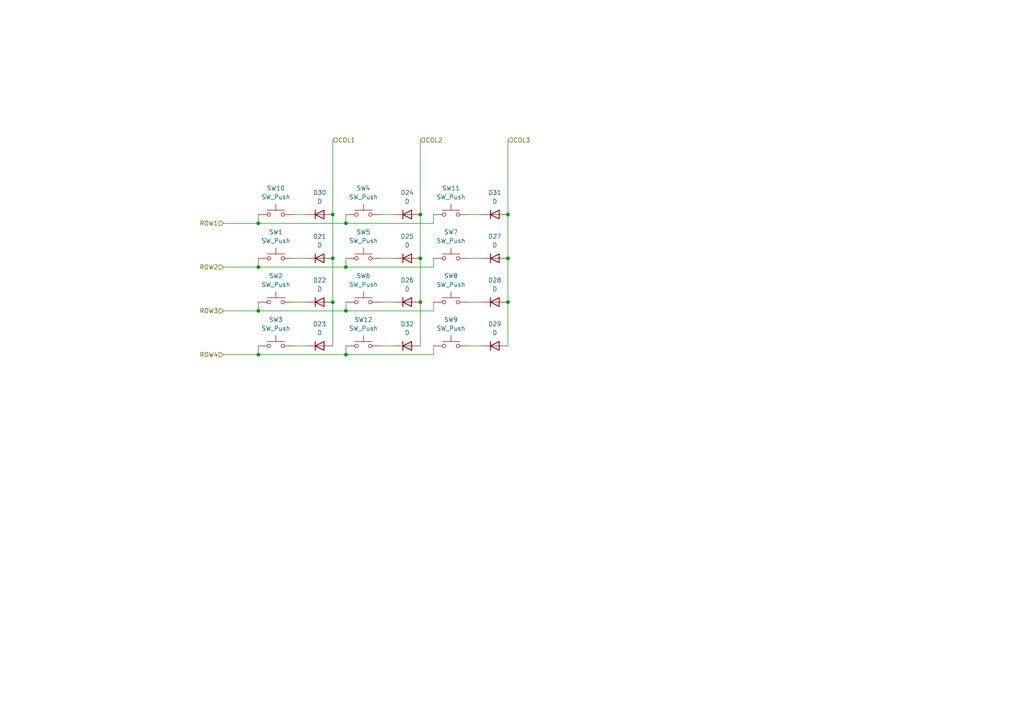
<source format=kicad_sch>
(kicad_sch (version 20231120) (generator "eeschema") (generator_version "8.0")
  (paper "A4")
  (lib_symbols
    (symbol "Device:D" (pin_numbers hide) (pin_names (offset 1.016) hide)
      (property "Reference" "D" (at 0 2.54 0))
      (property "Value" "D" (at 0 -2.54 0))
      (symbol "D_0_1"
        (polyline (pts (xy -1.27 1.27) (xy -1.27 -1.27)) (stroke (width 0.254)))
        (polyline (pts (xy 1.27 0) (xy -1.27 0)))
        (polyline (pts (xy 1.27 1.27) (xy 1.27 -1.27) (xy -1.27 0) (xy 1.27 1.27)) (stroke (width 0.254)))
      )
      (symbol "D_1_1"
        (pin passive line (at -3.81 0 0) (length 2.54) (name "K") (number "1"))
        (pin passive line (at 3.81 0 180) (length 2.54) (name "A") (number "2"))
      )
    )
    (symbol "Switch:SW_Push" (pin_numbers hide) (pin_names (offset 1.016) hide)
      (property "Reference" "SW" (at 1.27 2.54 0))
      (property "Value" "SW_Push" (at 0 -1.524 0))
      (symbol "SW_Push_0_1"
        (circle (center -2.032 0) (radius 0.508))
        (polyline (pts (xy 0 1.27) (xy 0 3.048)))
        (polyline (pts (xy 2.54 1.27) (xy -2.54 1.27)))
        (circle (center 2.032 0) (radius 0.508))
        (pin passive line (at -5.08 0 0) (length 2.54) (name "1") (number "1"))
        (pin passive line (at 5.08 0 180) (length 2.54) (name "2") (number "2"))
      )
    )
  )
  (junction (at 147.32 62.23))
  (junction (at 96.52 62.23))
  (junction (at 74.93 102.87))
  (junction (at 96.52 74.93))
  (junction (at 121.92 74.93))
  (junction (at 96.52 87.63))
  (junction (at 100.33 90.17))
  (junction (at 121.92 62.23))
  (junction (at 147.32 74.93))
  (junction (at 100.33 102.87))
  (junction (at 74.93 64.77))
  (junction (at 74.93 90.17))
  (junction (at 74.93 77.47))
  (junction (at 121.92 87.63))
  (junction (at 100.33 64.77))
  (junction (at 147.32 87.63))
  (junction (at 100.33 77.47))
  (wire (pts (xy 64.77 102.87) (xy 74.93 102.87)))
  (wire (pts (xy 147.32 74.93) (xy 147.32 87.63)))
  (wire (pts (xy 74.93 90.17) (xy 100.33 90.17)))
  (wire (pts (xy 96.52 87.63) (xy 96.52 100.33)))
  (wire (pts (xy 100.33 90.17) (xy 125.73 90.17)))
  (wire (pts (xy 96.52 62.23) (xy 96.52 74.93)))
  (wire (pts (xy 110.49 74.93) (xy 114.3 74.93)))
  (wire (pts (xy 100.33 87.63) (xy 100.33 90.17)))
  (wire (pts (xy 64.77 64.77) (xy 74.93 64.77)))
  (wire (pts (xy 74.93 102.87) (xy 100.33 102.87)))
  (wire (pts (xy 96.52 74.93) (xy 96.52 87.63)))
  (wire (pts (xy 110.49 100.33) (xy 114.3 100.33)))
  (wire (pts (xy 135.89 74.93) (xy 139.7 74.93)))
  (wire (pts (xy 147.32 40.64) (xy 147.32 62.23)))
  (wire (pts (xy 121.92 40.64) (xy 121.92 62.23)))
  (wire (pts (xy 64.77 90.17) (xy 74.93 90.17)))
  (wire (pts (xy 100.33 100.33) (xy 100.33 102.87)))
  (wire (pts (xy 100.33 62.23) (xy 100.33 64.77)))
  (wire (pts (xy 85.09 74.93) (xy 88.9 74.93)))
  (wire (pts (xy 74.93 64.77) (xy 100.33 64.77)))
  (wire (pts (xy 135.89 62.23) (xy 139.7 62.23)))
  (wire (pts (xy 100.33 64.77) (xy 125.73 64.77)))
  (wire (pts (xy 147.32 87.63) (xy 147.32 100.33)))
  (wire (pts (xy 121.92 62.23) (xy 121.92 74.93)))
  (wire (pts (xy 96.52 40.64) (xy 96.52 62.23)))
  (wire (pts (xy 147.32 62.23) (xy 147.32 74.93)))
  (wire (pts (xy 121.92 87.63) (xy 121.92 100.33)))
  (wire (pts (xy 74.93 77.47) (xy 100.33 77.47)))
  (wire (pts (xy 100.33 102.87) (xy 125.73 102.87)))
  (wire (pts (xy 74.93 87.63) (xy 74.93 90.17)))
  (wire (pts (xy 125.73 100.33) (xy 125.73 102.87)))
  (wire (pts (xy 121.92 74.93) (xy 121.92 87.63)))
  (wire (pts (xy 74.93 74.93) (xy 74.93 77.47)))
  (wire (pts (xy 85.09 87.63) (xy 88.9 87.63)))
  (wire (pts (xy 135.89 87.63) (xy 139.7 87.63)))
  (wire (pts (xy 74.93 100.33) (xy 74.93 102.87)))
  (wire (pts (xy 110.49 62.23) (xy 114.3 62.23)))
  (wire (pts (xy 125.73 62.23) (xy 125.73 64.77)))
  (wire (pts (xy 100.33 77.47) (xy 125.73 77.47)))
  (wire (pts (xy 125.73 87.63) (xy 125.73 90.17)))
  (wire (pts (xy 110.49 87.63) (xy 114.3 87.63)))
  (wire (pts (xy 74.93 62.23) (xy 74.93 64.77)))
  (wire (pts (xy 125.73 74.93) (xy 125.73 77.47)))
  (wire (pts (xy 64.77 77.47) (xy 74.93 77.47)))
  (wire (pts (xy 85.09 62.23) (xy 88.9 62.23)))
  (wire (pts (xy 85.09 100.33) (xy 88.9 100.33)))
  (wire (pts (xy 100.33 74.93) (xy 100.33 77.47)))
  (wire (pts (xy 135.89 100.33) (xy 139.7 100.33)))
  (hierarchical_label "ROW1" (shape input) (at 64.77 64.77 180))
  (hierarchical_label "COL3" (shape input) (at 147.32 40.64 0))
  (hierarchical_label "ROW3" (shape input) (at 64.77 90.17 180))
  (hierarchical_label "ROW2" (shape input) (at 64.77 77.47 180))
  (hierarchical_label "ROW4" (shape input) (at 64.77 102.87 180))
  (hierarchical_label "COL2" (shape input) (at 121.92 40.64 0))
  (hierarchical_label "COL1" (shape input) (at 96.52 40.64 0))
  (symbol (lib_id "Device:D") (at 118.11 74.93 0) (unit 1)
    (property "Reference" "D25" (at 118.11 68.58 0))
    (property "Value" "D" (at 118.11 71.12 0))
    (property "Footprint" "Diode_SMD:D_0805_2012Metric" (effects (hide yes)))
    (property "Datasheet" "https://www.lcsc.com/datasheet/lcsc_datasheet_1809291616_LIZ-Elec-CD4148WSP_C109001.pdf" (effects (hide yes)))
    (property "Sim.Device" "D" (effects (hide yes)))
    (property "Sim.Pins" "1=K 2=A" (effects (hide yes)))
    (property "JLCPCB Part" "C109001" (effects (hide yes)))
    (property "Manufracturer" "LIZ Elec" (effects (hide yes)))
    (property "Manufracturer Part Number" "CD4148WSP" (effects (hide yes)))
  )
  (symbol (lib_id "Switch:SW_Push") (at 80.01 87.63 0) (unit 1)
    (property "Reference" "SW2" (at 80.01 80.01 0))
    (property "Value" "SW_Push" (at 80.01 82.55 0))
    (property "Footprint" "NiasStuff:SW_Push_1TS009xxxx-xxxx-xxxx_6x6x5mm" (effects (hide yes)))
    (property "Datasheet" "https://www.lcsc.com/datasheet/lcsc_datasheet_1811151231_HYP--Hongyuan-Precision-1TS009A-1800-5000-CT_C319409.pdf" (effects (hide yes)))
    (property "JLCPCB Part" "C319409" (effects (hide yes)))
    (property "Manufracturer" "HYP (Hongyuan Precision)" (effects (hide yes)))
    (property "Manufracturer Part Number" "1TS009A-1800-5000-CT" (effects (hide yes)))
  )
  (symbol (lib_id "Switch:SW_Push") (at 105.41 62.23 0) (unit 1)
    (property "Reference" "SW4" (at 105.41 54.61 0))
    (property "Value" "SW_Push" (at 105.41 57.15 0))
    (property "Footprint" "NiasStuff:SW_Push_1TS009xxxx-xxxx-xxxx_6x6x5mm" (effects (hide yes)))
    (property "Datasheet" "https://www.lcsc.com/datasheet/lcsc_datasheet_1811151231_HYP--Hongyuan-Precision-1TS009A-1800-5000-CT_C319409.pdf" (effects (hide yes)))
    (property "JLCPCB Part" "C319409" (effects (hide yes)))
    (property "Manufracturer" "HYP (Hongyuan Precision)" (effects (hide yes)))
    (property "Manufracturer Part Number" "1TS009A-1800-5000-CT" (effects (hide yes)))
  )
  (symbol (lib_id "Device:D") (at 143.51 62.23 0) (unit 1)
    (property "Reference" "D31" (at 143.51 55.88 0))
    (property "Value" "D" (at 143.51 58.42 0))
    (property "Footprint" "Diode_SMD:D_0805_2012Metric" (effects (hide yes)))
    (property "Datasheet" "https://www.lcsc.com/datasheet/lcsc_datasheet_1809291616_LIZ-Elec-CD4148WSP_C109001.pdf" (effects (hide yes)))
    (property "Sim.Device" "D" (effects (hide yes)))
    (property "Sim.Pins" "1=K 2=A" (effects (hide yes)))
    (property "JLCPCB Part" "C109001" (effects (hide yes)))
    (property "Manufracturer" "LIZ Elec" (effects (hide yes)))
    (property "Manufracturer Part Number" "CD4148WSP" (effects (hide yes)))
  )
  (symbol (lib_id "Switch:SW_Push") (at 105.41 87.63 0) (unit 1)
    (property "Reference" "SW6" (at 105.41 80.01 0))
    (property "Value" "SW_Push" (at 105.41 82.55 0))
    (property "Footprint" "NiasStuff:SW_Push_1TS009xxxx-xxxx-xxxx_6x6x5mm" (effects (hide yes)))
    (property "Datasheet" "https://www.lcsc.com/datasheet/lcsc_datasheet_1811151231_HYP--Hongyuan-Precision-1TS009A-1800-5000-CT_C319409.pdf" (effects (hide yes)))
    (property "JLCPCB Part" "C319409" (effects (hide yes)))
    (property "Manufracturer" "HYP (Hongyuan Precision)" (effects (hide yes)))
    (property "Manufracturer Part Number" "1TS009A-1800-5000-CT" (effects (hide yes)))
  )
  (symbol (lib_id "Switch:SW_Push") (at 105.41 100.33 0) (unit 1)
    (property "Reference" "SW12" (at 105.41 92.71 0))
    (property "Value" "SW_Push" (at 105.41 95.25 0))
    (property "Footprint" "NiasStuff:SW_Push_1TS009xxxx-xxxx-xxxx_6x6x5mm" (effects (hide yes)))
    (property "Datasheet" "https://www.lcsc.com/datasheet/lcsc_datasheet_1811151231_HYP--Hongyuan-Precision-1TS009A-1800-5000-CT_C319409.pdf" (effects (hide yes)))
    (property "JLCPCB Part" "C319409" (effects (hide yes)))
    (property "Manufracturer" "HYP (Hongyuan Precision)" (effects (hide yes)))
    (property "Manufracturer Part Number" "1TS009A-1800-5000-CT" (effects (hide yes)))
  )
  (symbol (lib_id "Device:D") (at 118.11 62.23 0) (unit 1)
    (property "Reference" "D24" (at 118.11 55.88 0))
    (property "Value" "D" (at 118.11 58.42 0))
    (property "Footprint" "Diode_SMD:D_0805_2012Metric" (effects (hide yes)))
    (property "Datasheet" "https://www.lcsc.com/datasheet/lcsc_datasheet_1809291616_LIZ-Elec-CD4148WSP_C109001.pdf" (effects (hide yes)))
    (property "Sim.Device" "D" (effects (hide yes)))
    (property "Sim.Pins" "1=K 2=A" (effects (hide yes)))
    (property "JLCPCB Part" "C109001" (effects (hide yes)))
    (property "Manufracturer" "LIZ Elec" (effects (hide yes)))
    (property "Manufracturer Part Number" "CD4148WSP" (effects (hide yes)))
  )
  (symbol (lib_id "Switch:SW_Push") (at 130.81 87.63 0) (unit 1)
    (property "Reference" "SW8" (at 130.81 80.01 0))
    (property "Value" "SW_Push" (at 130.81 82.55 0))
    (property "Footprint" "NiasStuff:SW_Push_1TS009xxxx-xxxx-xxxx_6x6x5mm" (effects (hide yes)))
    (property "Datasheet" "https://www.lcsc.com/datasheet/lcsc_datasheet_1811151231_HYP--Hongyuan-Precision-1TS009A-1800-5000-CT_C319409.pdf" (effects (hide yes)))
    (property "JLCPCB Part" "C319409" (effects (hide yes)))
    (property "Manufracturer" "HYP (Hongyuan Precision)" (effects (hide yes)))
    (property "Manufracturer Part Number" "1TS009A-1800-5000-CT" (effects (hide yes)))
  )
  (symbol (lib_id "Device:D") (at 92.71 100.33 0) (unit 1)
    (property "Reference" "D23" (at 92.71 93.98 0))
    (property "Value" "D" (at 92.71 96.52 0))
    (property "Footprint" "Diode_SMD:D_0805_2012Metric" (effects (hide yes)))
    (property "Datasheet" "https://www.lcsc.com/datasheet/lcsc_datasheet_1809291616_LIZ-Elec-CD4148WSP_C109001.pdf" (effects (hide yes)))
    (property "Sim.Device" "D" (effects (hide yes)))
    (property "Sim.Pins" "1=K 2=A" (effects (hide yes)))
    (property "JLCPCB Part" "C109001" (effects (hide yes)))
    (property "Manufracturer" "LIZ Elec" (effects (hide yes)))
    (property "Manufracturer Part Number" "CD4148WSP" (effects (hide yes)))
  )
  (symbol (lib_id "Device:D") (at 92.71 74.93 0) (unit 1)
    (property "Reference" "D21" (at 92.71 68.58 0))
    (property "Value" "D" (at 92.71 71.12 0))
    (property "Footprint" "Diode_SMD:D_0805_2012Metric" (effects (hide yes)))
    (property "Datasheet" "https://www.lcsc.com/datasheet/lcsc_datasheet_1809291616_LIZ-Elec-CD4148WSP_C109001.pdf" (effects (hide yes)))
    (property "Sim.Device" "D" (effects (hide yes)))
    (property "Sim.Pins" "1=K 2=A" (effects (hide yes)))
    (property "JLCPCB Part" "C109001" (effects (hide yes)))
    (property "Manufracturer" "LIZ Elec" (effects (hide yes)))
    (property "Manufracturer Part Number" "CD4148WSP" (effects (hide yes)))
  )
  (symbol (lib_id "Switch:SW_Push") (at 130.81 100.33 0) (unit 1)
    (property "Reference" "SW9" (at 130.81 92.71 0))
    (property "Value" "SW_Push" (at 130.81 95.25 0))
    (property "Footprint" "NiasStuff:SW_Push_1TS009xxxx-xxxx-xxxx_6x6x5mm" (effects (hide yes)))
    (property "Datasheet" "https://www.lcsc.com/datasheet/lcsc_datasheet_1811151231_HYP--Hongyuan-Precision-1TS009A-1800-5000-CT_C319409.pdf" (effects (hide yes)))
    (property "JLCPCB Part" "C319409" (effects (hide yes)))
    (property "Manufracturer" "HYP (Hongyuan Precision)" (effects (hide yes)))
    (property "Manufracturer Part Number" "1TS009A-1800-5000-CT" (effects (hide yes)))
  )
  (symbol (lib_id "Device:D") (at 118.11 87.63 0) (unit 1)
    (property "Reference" "D26" (at 118.11 81.28 0))
    (property "Value" "D" (at 118.11 83.82 0))
    (property "Footprint" "Diode_SMD:D_0805_2012Metric" (effects (hide yes)))
    (property "Datasheet" "https://www.lcsc.com/datasheet/lcsc_datasheet_1809291616_LIZ-Elec-CD4148WSP_C109001.pdf" (effects (hide yes)))
    (property "Sim.Device" "D" (effects (hide yes)))
    (property "Sim.Pins" "1=K 2=A" (effects (hide yes)))
    (property "JLCPCB Part" "C109001" (effects (hide yes)))
    (property "Manufracturer" "LIZ Elec" (effects (hide yes)))
    (property "Manufracturer Part Number" "CD4148WSP" (effects (hide yes)))
  )
  (symbol (lib_id "Switch:SW_Push") (at 105.41 74.93 0) (unit 1)
    (property "Reference" "SW5" (at 105.41 67.31 0))
    (property "Value" "SW_Push" (at 105.41 69.85 0))
    (property "Footprint" "NiasStuff:SW_Push_1TS009xxxx-xxxx-xxxx_6x6x5mm" (effects (hide yes)))
    (property "Datasheet" "https://www.lcsc.com/datasheet/lcsc_datasheet_1811151231_HYP--Hongyuan-Precision-1TS009A-1800-5000-CT_C319409.pdf" (effects (hide yes)))
    (property "JLCPCB Part" "C319409" (effects (hide yes)))
    (property "Manufracturer" "HYP (Hongyuan Precision)" (effects (hide yes)))
    (property "Manufracturer Part Number" "1TS009A-1800-5000-CT" (effects (hide yes)))
  )
  (symbol (lib_id "Switch:SW_Push") (at 80.01 62.23 0) (unit 1)
    (property "Reference" "SW10" (at 80.01 54.61 0))
    (property "Value" "SW_Push" (at 80.01 57.15 0))
    (property "Footprint" "NiasStuff:SW_Push_1TS009xxxx-xxxx-xxxx_6x6x5mm" (effects (hide yes)))
    (property "Datasheet" "https://www.lcsc.com/datasheet/lcsc_datasheet_1811151231_HYP--Hongyuan-Precision-1TS009A-1800-5000-CT_C319409.pdf" (effects (hide yes)))
    (property "JLCPCB Part" "C319409" (effects (hide yes)))
    (property "Manufracturer" "HYP (Hongyuan Precision)" (effects (hide yes)))
    (property "Manufracturer Part Number" "1TS009A-1800-5000-CT" (effects (hide yes)))
  )
  (symbol (lib_id "Device:D") (at 92.71 87.63 0) (unit 1)
    (property "Reference" "D22" (at 92.71 81.28 0))
    (property "Value" "D" (at 92.71 83.82 0))
    (property "Footprint" "Diode_SMD:D_0805_2012Metric" (effects (hide yes)))
    (property "Datasheet" "https://www.lcsc.com/datasheet/lcsc_datasheet_1809291616_LIZ-Elec-CD4148WSP_C109001.pdf" (effects (hide yes)))
    (property "Sim.Device" "D" (effects (hide yes)))
    (property "Sim.Pins" "1=K 2=A" (effects (hide yes)))
    (property "JLCPCB Part" "C109001" (effects (hide yes)))
    (property "Manufracturer" "LIZ Elec" (effects (hide yes)))
    (property "Manufracturer Part Number" "CD4148WSP" (effects (hide yes)))
  )
  (symbol (lib_id "Switch:SW_Push") (at 80.01 100.33 0) (unit 1)
    (property "Reference" "SW3" (at 80.01 92.71 0))
    (property "Value" "SW_Push" (at 80.01 95.25 0))
    (property "Footprint" "NiasStuff:SW_Push_1TS009xxxx-xxxx-xxxx_6x6x5mm" (effects (hide yes)))
    (property "Datasheet" "https://www.lcsc.com/datasheet/lcsc_datasheet_1811151231_HYP--Hongyuan-Precision-1TS009A-1800-5000-CT_C319409.pdf" (effects (hide yes)))
    (property "JLCPCB Part" "C319409" (effects (hide yes)))
    (property "Manufracturer" "HYP (Hongyuan Precision)" (effects (hide yes)))
    (property "Manufracturer Part Number" "1TS009A-1800-5000-CT" (effects (hide yes)))
  )
  (symbol (lib_id "Device:D") (at 143.51 74.93 0) (unit 1)
    (property "Reference" "D27" (at 143.51 68.58 0))
    (property "Value" "D" (at 143.51 71.12 0))
    (property "Footprint" "Diode_SMD:D_0805_2012Metric" (effects (hide yes)))
    (property "Datasheet" "https://www.lcsc.com/datasheet/lcsc_datasheet_1809291616_LIZ-Elec-CD4148WSP_C109001.pdf" (effects (hide yes)))
    (property "Sim.Device" "D" (effects (hide yes)))
    (property "Sim.Pins" "1=K 2=A" (effects (hide yes)))
    (property "JLCPCB Part" "C109001" (effects (hide yes)))
    (property "Manufracturer" "LIZ Elec" (effects (hide yes)))
    (property "Manufracturer Part Number" "CD4148WSP" (effects (hide yes)))
  )
  (symbol (lib_id "Switch:SW_Push") (at 130.81 62.23 0) (unit 1)
    (property "Reference" "SW11" (at 130.81 54.61 0))
    (property "Value" "SW_Push" (at 130.81 57.15 0))
    (property "Footprint" "NiasStuff:SW_Push_1TS009xxxx-xxxx-xxxx_6x6x5mm" (effects (hide yes)))
    (property "Datasheet" "https://www.lcsc.com/datasheet/lcsc_datasheet_1811151231_HYP--Hongyuan-Precision-1TS009A-1800-5000-CT_C319409.pdf" (effects (hide yes)))
    (property "JLCPCB Part" "C319409" (effects (hide yes)))
    (property "Manufracturer" "HYP (Hongyuan Precision)" (effects (hide yes)))
    (property "Manufracturer Part Number" "1TS009A-1800-5000-CT" (effects (hide yes)))
  )
  (symbol (lib_id "Device:D") (at 92.71 62.23 0) (unit 1)
    (property "Reference" "D30" (at 92.71 55.88 0))
    (property "Value" "D" (at 92.71 58.42 0))
    (property "Footprint" "Diode_SMD:D_0805_2012Metric" (effects (hide yes)))
    (property "Datasheet" "https://www.lcsc.com/datasheet/lcsc_datasheet_1809291616_LIZ-Elec-CD4148WSP_C109001.pdf" (effects (hide yes)))
    (property "Sim.Device" "D" (effects (hide yes)))
    (property "Sim.Pins" "1=K 2=A" (effects (hide yes)))
    (property "JLCPCB Part" "C109001" (effects (hide yes)))
    (property "Manufracturer" "LIZ Elec" (effects (hide yes)))
    (property "Manufracturer Part Number" "CD4148WSP" (effects (hide yes)))
  )
  (symbol (lib_id "Device:D") (at 143.51 100.33 0) (unit 1)
    (property "Reference" "D29" (at 143.51 93.98 0))
    (property "Value" "D" (at 143.51 96.52 0))
    (property "Footprint" "Diode_SMD:D_0805_2012Metric" (effects (hide yes)))
    (property "Datasheet" "https://www.lcsc.com/datasheet/lcsc_datasheet_1809291616_LIZ-Elec-CD4148WSP_C109001.pdf" (effects (hide yes)))
    (property "Sim.Device" "D" (effects (hide yes)))
    (property "Sim.Pins" "1=K 2=A" (effects (hide yes)))
    (property "JLCPCB Part" "C109001" (effects (hide yes)))
    (property "Manufracturer" "LIZ Elec" (effects (hide yes)))
    (property "Manufracturer Part Number" "CD4148WSP" (effects (hide yes)))
  )
  (symbol (lib_id "Switch:SW_Push") (at 130.81 74.93 0) (unit 1)
    (property "Reference" "SW7" (at 130.81 67.31 0))
    (property "Value" "SW_Push" (at 130.81 69.85 0))
    (property "Footprint" "NiasStuff:SW_Push_1TS009xxxx-xxxx-xxxx_6x6x5mm" (effects (hide yes)))
    (property "Datasheet" "https://www.lcsc.com/datasheet/lcsc_datasheet_1811151231_HYP--Hongyuan-Precision-1TS009A-1800-5000-CT_C319409.pdf" (effects (hide yes)))
    (property "JLCPCB Part" "C319409" (effects (hide yes)))
    (property "Manufracturer" "HYP (Hongyuan Precision)" (effects (hide yes)))
    (property "Manufracturer Part Number" "1TS009A-1800-5000-CT" (effects (hide yes)))
  )
  (symbol (lib_id "Device:D") (at 143.51 87.63 0) (unit 1)
    (property "Reference" "D28" (at 143.51 81.28 0))
    (property "Value" "D" (at 143.51 83.82 0))
    (property "Footprint" "Diode_SMD:D_0805_2012Metric" (effects (hide yes)))
    (property "Datasheet" "https://www.lcsc.com/datasheet/lcsc_datasheet_1809291616_LIZ-Elec-CD4148WSP_C109001.pdf" (effects (hide yes)))
    (property "Sim.Device" "D" (effects (hide yes)))
    (property "Sim.Pins" "1=K 2=A" (effects (hide yes)))
    (property "JLCPCB Part" "C109001" (effects (hide yes)))
    (property "Manufracturer" "LIZ Elec" (effects (hide yes)))
    (property "Manufracturer Part Number" "CD4148WSP" (effects (hide yes)))
  )
  (symbol (lib_id "Switch:SW_Push") (at 80.01 74.93 0) (unit 1)
    (property "Reference" "SW1" (at 80.01 67.31 0))
    (property "Value" "SW_Push" (at 80.01 69.85 0))
    (property "Footprint" "NiasStuff:SW_Push_1TS009xxxx-xxxx-xxxx_6x6x5mm" (effects (hide yes)))
    (property "Datasheet" "https://www.lcsc.com/datasheet/lcsc_datasheet_1811151231_HYP--Hongyuan-Precision-1TS009A-1800-5000-CT_C319409.pdf" (effects (hide yes)))
    (property "JLCPCB Part" "C319409" (effects (hide yes)))
    (property "Manufracturer" "HYP (Hongyuan Precision)" (effects (hide yes)))
    (property "Manufracturer Part Number" "1TS009A-1800-5000-CT" (effects (hide yes)))
  )
  (symbol (lib_id "Device:D") (at 118.11 100.33 0) (unit 1)
    (property "Reference" "D32" (at 118.11 93.98 0))
    (property "Value" "D" (at 118.11 96.52 0))
    (property "Footprint" "Diode_SMD:D_0805_2012Metric" (effects (hide yes)))
    (property "Datasheet" "https://www.lcsc.com/datasheet/lcsc_datasheet_1809291616_LIZ-Elec-CD4148WSP_C109001.pdf" (effects (hide yes)))
    (property "Sim.Device" "D" (effects (hide yes)))
    (property "Sim.Pins" "1=K 2=A" (effects (hide yes)))
    (property "JLCPCB Part" "C109001" (effects (hide yes)))
    (property "Manufracturer" "LIZ Elec" (effects (hide yes)))
    (property "Manufracturer Part Number" "CD4148WSP" (effects (hide yes)))
  )
)
</source>
